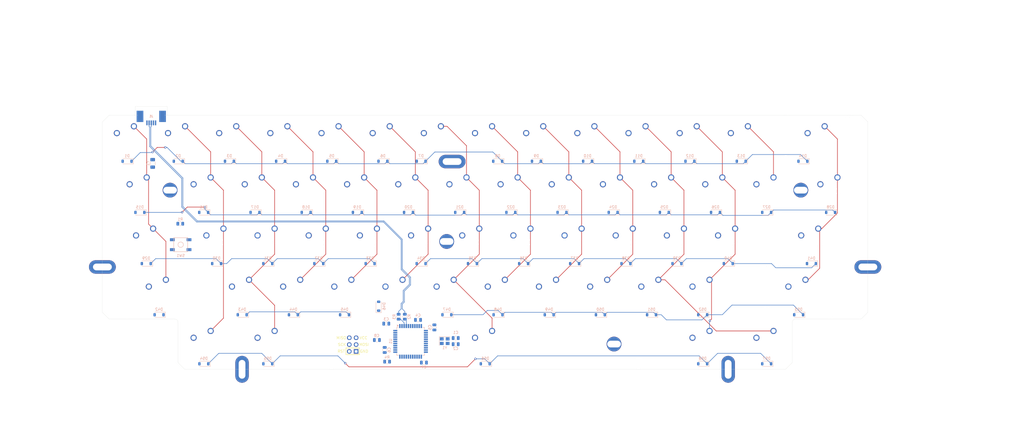
<source format=kicad_pcb>
(kicad_pcb (version 20241229) (generator "pcbnew") (generator_version "9.0")
  (layers (0 "F.Cu" signal) (2 "B.Cu" signal) (13 "F.Paste" user) (15 "B.Paste" user) (5 "F.SilkS" user "F.Silkscreen") (7 "B.SilkS" user "B.Silkscreen") (1 "F.Mask" user) (3 "B.Mask" user) (25 "Edge.Cuts" user))
  (net 0 "")
  (net 1 "Net-(U1-UCAP)")
  (net 2 "GND")
  (net 3 "+5V")
  (net 4 "Row0")
  (net 5 "Net-(D1-A)")
  (net 6 "Net-(D2-A)")
  (net 7 "Row1")
  (net 8 "Net-(D3-A)")
  (net 9 "Net-(D4-A)")
  (net 10 "VCC")
  (net 11 "Net-(U1-~{HWB}{slash}PE2)")
  (net 12 "Net-(U1-D+)")
  (net 13 "Row2")
  (net 14 "Net-(U1-D-)")
  (net 15 "Row3")
  (net 16 "RST")
  (net 17 "MOSI")
  (net 18 "SCK")
  (net 19 "MISO")
  (net 20 "Net-(D5-A)")
  (net 21 "Col0")
  (net 22 "Net-(D6-A)")
  (net 23 "Net-(D7-A)")
  (net 24 "Row4")
  (net 25 "Net-(D8-A)")
  (net 26 "Net-(D9-A)")
  (net 27 "Net-(D10-A)")
  (net 28 "Col1")
  (net 29 "Net-(D11-A)")
  (net 31 "Net-(D12-A)")
  (net 32 "Net-(D13-A)")
  (net 34 "Net-(D14-A)")
  (net 35 "Net-(D15-A)")
  (net 36 "Net-(D16-A)")
  (net 38 "Net-(D17-A)")
  (net 39 "Net-(D18-A)")
  (net 40 "Net-(D19-A)")
  (net 42 "XTAL1")
  (net 43 "XTAL2")
  (net 44 "Net-(D20-A)")
  (net 45 "Net-(D21-A)")
  (net 46 "Net-(D22-A)")
  (net 47 "Net-(D23-A)")
  (net 48 "Net-(D24-A)")
  (net 49 "Net-(D25-A)")
  (net 50 "Net-(D26-A)")
  (net 51 "Net-(D27-A)")
  (net 52 "Net-(D28-A)")
  (net 53 "Net-(D29-A)")
  (net 54 "Net-(D30-A)")
  (net 55 "Net-(D31-A)")
  (net 56 "Net-(D32-A)")
  (net 57 "Net-(D33-A)")
  (net 58 "Net-(D34-A)")
  (net 59 "Net-(D35-A)")
  (net 60 "Net-(D36-A)")
  (net 61 "Net-(D37-A)")
  (net 62 "Net-(D38-A)")
  (net 63 "Net-(D39-A)")
  (net 64 "Net-(D40-A)")
  (net 65 "Net-(D41-A)")
  (net 66 "Net-(D42-A)")
  (net 67 "Net-(D43-A)")
  (net 68 "Net-(D44-A)")
  (net 69 "Net-(D45-A)")
  (net 70 "Net-(D46-A)")
  (net 71 "Net-(D47-A)")
  (net 72 "Net-(D48-A)")
  (net 73 "Net-(D49-A)")
  (net 74 "Net-(D50-A)")
  (net 75 "Net-(D51-A)")
  (net 76 "Net-(D52-A)")
  (net 77 "Net-(D53-A)")
  (net 78 "Net-(D54-A)")
  (net 79 "Net-(D55-A)")
  (net 80 "Net-(D56-A)")
  (net 81 "Net-(D57-A)")
  (net 82 "Net-(D58-A)")
  (net 83 "D-")
  (net 84 "D+")
  (net 85 "Col2")
  (net 86 "Col3")
  (net 87 "Col4")
  (net 88 "Col5")
  (net 89 "Col6")
  (net 90 "Col7")
  (net 91 "Col8")
  (net 92 "Col9")
  (net 93 "Col10")
  (net 94 "Col11")
  (net 95 "Col12")
  (net 96 "Col13")
  (footprint "MX_Solderable:MX-Solderable-1U" (layer "F.Cu") (at 161.925 19.05)
    (property "Reference" "SW24")
    (property "Value" "KC_I")
  )
  (footprint "MX_Solderable:MX-Solderable-1U" (layer "F.Cu") (at 47.625 19.05)
    (property "Reference" "SW18")
    (property "Value" "KC_W")
  )
  (footprint "local:5.5_5x2.5mm" (layer "F.Cu") (at 250.85 18.7 180)
    (property "Reference" "S2" (hide yes))
    (property "Value" "Screw_Terminal_01x01")
  )
  (footprint "local:10x5_7x2.5mm" (layer "F.Cu") (at 223.8 85.4 90)
    (property "Reference" "S8" (hide yes))
    (property "Value" "Screw_Terminal_01x01")
  )
  (footprint "local:10x5_7x2.5mm" (layer "F.Cu") (at 42.8 85.4 90)
    (property "Reference" "S9" (hide yes))
    (property "Value" "Screw_Terminal_01x01")
  )
  (footprint "local:10x5_7x2.5mm" (layer "F.Cu") (at -9.2 47.3)
    (property "Reference" "S6" (hide yes))
    (property "Value" "Screw_Terminal_01x01")
  )
  (footprint "MX_Solderable:MX-Solderable-1U" (layer "F.Cu") (at 157.1625 57.15)
    (property "Reference" "SW50")
    (property "Value" "KC_M")
  )
  (footprint "MX_Solderable:MX-Solderable-1U" (layer "F.Cu") (at 19.05 0)
    (property "Reference" "SW3")
    (property "Value" "KC_1")
  )
  (footprint "MX_Solderable:MX-Solderable-1.75U" (layer "F.Cu") (at 7.14375 38.1)
    (property "Reference" "SW30")
    (property "Value" "KC_CAPS")
  )
  (footprint "MX_Solderable:MX-Solderable-1U" (layer "F.Cu") (at 223.8375 38.1)
    (property "Reference" "SW41")
    (property "Value" "KC_QUOT")
  )
  (footprint "MX_Solderable:MX-Solderable-1U" (layer "F.Cu") (at 38.1 0)
    (property "Reference" "SW4")
    (property "Value" "KC_2")
  )
  (footprint "MX_Solderable:MX-Solderable-1U" (layer "F.Cu") (at 80.9625 57.15)
    (property "Reference" "SW46")
    (property "Value" "KC_C")
  )
  (footprint "local:5.5_5x2.5mm" (layer "F.Cu") (at 181.3 76)
    (property "Reference" "S7" (hide yes))
    (property "Value" "Screw_Terminal_01x01")
  )
  (footprint "local:10x5_7x2.5mm" (layer "F.Cu") (at 121 8.05 180)
    (property "Reference" "S1" (hide yes))
    (property "Value" "Screw_Terminal_01x01")
  )
  (footprint "MX_Solderable:MX-Solderable-2.75U-ReversedStabilizers" (layer "F.Cu") (at 250.03125 57.15)
    (property "Reference" "SW54")
    (property "Value" "KC_RSFT")
  )
  (footprint "MX_Solderable:MX-Solderable-1U" (layer "F.Cu") (at 180.975 19.05)
    (property "Reference" "SW25")
    (property "Value" "KC_O")
  )
  (footprint "MX_Solderable:MX-Solderable-2U" (layer "F.Cu") (at 257.175 0)
    (property "Reference" "SW15")
    (property "Value" "KC_BSPC")
  )
  (footprint "MX_Solderable:MX-Solderable-1U" (layer "F.Cu") (at 171.45 0)
    (property "Reference" "SW11")
    (property "Value" "KC_9")
  )
  (footprint "MX_Solderable:MX-Solderable-1U" (layer "F.Cu") (at 28.575 76.2)
    (property "Reference" "SW55")
    (property "Value" "KC_LEFT_GUI")
  )
  (footprint "MX_Solderable:MX-Solderable-1U" (layer "F.Cu") (at 95.25 0)
    (property "Reference" "SW7")
    (property "Value" "KC_5")
  )
  (footprint "MX_Solderable:MX-Solderable-1U" (layer "F.Cu") (at 185.7375 38.1)
    (property "Reference" "SW39")
    (property "Value" "KC_L")
  )
  (footprint "MX_Solderable:MX-Solderable-1U" (layer "F.Cu") (at 228.6 0)
    (property "Reference" "SW14")
    (property "Value" "KC_EQL")
  )
  (footprint "MX_Solderable:MX-Solderable-1U" (layer "F.Cu") (at 204.7875 38.1)
    (property "Reference" "SW40")
    (property "Value" "KC_SCLN")
  )
  (footprint "MX_Solderable:MX-Solderable-2.25U-ReversedStabilizers" (layer "F.Cu") (at 254.79375 38.1)
    (property "Reference" "SW42")
    (property "Value" "KC_ENT")
  )
  (footprint "MX_Solderable:MX-Solderable-1U" (layer "F.Cu") (at 142.875 19.05)
    (property "Reference" "SW23")
    (property "Value" "KC_U")
  )
  (footprint "MX_Solderable:MX-Solderable-1U" (layer "F.Cu") (at 214.3125 57.15)
    (property "Reference" "SW53")
    (property "Value" "KC_SLSH")
  )
  (footprint "MX_Solderable:MX-Solderable-1U" (layer "F.Cu") (at 52.3875 38.1)
    (property "Reference" "SW32")
    (property "Value" "KC_S")
  )
  (footprint "MX_Solderable:MX-Solderable-7U-ReversedStabilizers" (layer "F.Cu") (at 133.35 76.2)
    (property "Reference" "SW57")
    (property "Value" "KC_SPACE")
  )
  (footprint "MX_Solderable:MX-Solderable-1U" (layer "F.Cu") (at 0 0)
    (property "Reference" "SW2")
    (property "Value" "KC_GRV")
  )
  (footprint "MX_Solderable:MX-Solderable-1U" (layer "F.Cu") (at 28.575 19.05)
    (property "Reference" "SW17")
    (property "Value" "KC_Q")
  )
  (footprint "MX_Solderable:MX-Solderable-1U" (layer "F.Cu") (at 90.4875 38.1)
    (property "Reference" "SW34")
    (property "Value" "KC_F")
  )
  (footprint "MX_Solderable:MX-Solderable-1U" (layer "F.Cu") (at 71.4375 38.1)
    (property "Reference" "SW33")
    (property "Value" "KC_D")
  )
  (footprint "MX_Solderable:MX-Solderable-1U" (layer "F.Cu") (at 238.125 19.05)
    (property "Reference" "SW28")
    (property "Value" "KC_RBRC")
  )
  (footprint "MX_Solderable:MX-Solderable-1U" (layer "F.Cu") (at 138.1125 57.15)
    (property "Reference" "SW49")
    (property "Value" "KC_N")
  )
  (footprint "MX_Solderable:MX-Solderable-1U" (layer "F.Cu") (at 200.025 19.05)
    (property "Reference" "SW26")
    (property "Value" "KC_P")
  )
  (footprint "MX_Solderable:MX-Solderable-1U" (layer "F.Cu") (at 85.725 19.05)
    (property "Reference" "SW20")
    (property "Value" "KC_R")
  )
  (footprint "MX_Solderable:MX-Solderable-1U" (layer "F.Cu") (at 219.075 19.05)
    (property "Reference" "SW27")
    (property "Value" "KC_LBRC")
  )
  (footprint "MX_Solderable:MX-Solderable-1U" (layer "F.Cu") (at 195.2625 57.15)
    (property "Reference" "SW52")
    (property "Value" "KC_DOT")
  )
  (footprint "local:5.5_5x2.5mm" (layer "F.Cu") (at 119 37.8)
    (property "Reference" "S4" (hide yes))
    (property "Value" "Screw_Terminal_01x01")
  )
  (footprint "MX_Solderable:MX-Solderable-1U" (layer "F.Cu") (at 61.9125 57.15)
    (property "Reference" "SW45")
    (property "Value" "KC_X")
  )
  (footprint "MX_Solderable:MX-Solderable-1U" (layer "F.Cu") (at 176.2125 57.15)
    (property "Reference" "SW51")
    (property "Value" "KC_COMM")
  )
  (footprint "MX_Solderable:MX-Solderable-1U" (layer "F.Cu") (at 42.8625 57.15)
    (property "Reference" "SW44")
    (property "Value" "KC_Z")
  )
  (footprint "MX_Solderable:MX-Solderable-1U" (layer "F.Cu") (at 133.35 0)
    (property "Reference" "SW9")
    (property "Value" "KC_7")
  )
  (footprint "MX_Solderable:MX-Solderable-1U" (layer "F.Cu") (at 128.5875 38.1)
    (property "Reference" "SW36")
    (property "Value" "KC_H")
  )
  (footprint "MX_Solderable:MX-Solderable-1.5U" (layer "F.Cu") (at 214.3125 76.2)
    (property "Reference" "SW59")
    (property "Value" "KC_RIGHT_ALT")
  )
  (footprint "MX_Solderable:MX-Solderable-1U" (layer "F.Cu") (at 166.6875 38.1)
    (property "Reference" "SW38")
    (property "Value" "KC_K")
  )
  (footprint "MX_Solderable:MX-Solderable-1U" (layer "F.Cu") (at 33.3375 38.1)
    (property "Reference" "SW31")
    (property "Value" "KC_A")
  )
  (footprint "local:10x5_7x2.5mm" (layer "F.Cu") (at 275.8 47.3)
    (property "Reference" "S5" (hide yes))
    (property "Value" "Screw_Terminal_01x01")
  )
  (footprint "MX_Solderable:MX-Solderable-1U" (layer "F.Cu") (at 114.3 0)
    (property "Reference" "SW8")
    (property "Value" "KC_6")
  )
  (footprint "MX_Solderable:MX-Solderable-1U" (layer "F.Cu") (at 76.2 0)
    (property "Reference" "SW6")
    (property "Value" "KC_4")
  )
  (footprint "MX_Solderable:MX-Solderable-1.5U" (layer "F.Cu") (at 52.3875 76.2)
    (property "Reference" "SW56")
    (property "Value" "KC_LEFT_ALT")
  )
  (footprint "MX_Solderable:MX-Solderable-1U" (layer "F.Cu") (at 119.0625 57.15)
    (property "Reference" "SW48")
    (property "Value" "KC_B")
  )
  (footprint "local:5.5_5x2.5mm" (layer "F.Cu") (at 16 18.7 180)
    (property "Reference" "S3" (hide yes))
    (property "Value" "Screw_Terminal_01x01")
  )
  (footprint "MX_Solderable:MX-Solderable-1U" (layer "F.Cu") (at 147.6375 38.1)
    (property "Reference" "SW37")
    (property "Value" "KC_J")
  )
  (footprint "MX_Solderable:MX-Solderable-1U" (layer "F.Cu") (at 209.55 0)
    (property "Reference" "SW13")
    (property "Value" "KC_MINS")
  )
  (footprint "MX_Solderable:MX-Solderable-1U" (layer "F.Cu") (at 123.825 19.05)
    (property "Reference" "SW22")
    (property "Value" "KC_Y")
  )
  (footprint "MX_Solderable:MX-Solderable-1U" (layer "F.Cu") (at 57.15 0)
    (property "Reference" "SW5")
    (property "Value" "KC_3")
  )
  (footprint "MX_Solderable:MX-Solderable-1U" (layer "F.Cu") (at 152.4 0)
    (property "Reference" "SW10")
    (property "Value" "KC_8")
  )
  (footprint "MX_Solderable:MX-Solderable-1U" (layer "F.Cu") (at 104.775 19.05)
    (property "Reference" "SW21")
    (property "Value" "KC_T")
  )
  (footprint "MX_Solderable:MX-Solderable-1U" (layer "F.Cu") (at 190.5 0)
    (property "Reference" "SW12")
    (property "Value" "KC_0")
  )
  (footprint "MX_Solderable:MX-Solderable-1U" (layer "F.Cu") (at 109.5375 38.1)
    (property "Reference" "SW35")
    (property "Value" "KC_G")
  )
  (footprint "random-keyboard-parts:Reset_Pretty-Mask" (layer "F.Cu") (at 84 76.2)
    (property "Reference" "J2")
    (property "Value" "AVR-ISP-6")
  )
  (footprint "MX_Solderable:MX-Solderable-2.25U-ReversedStabilizers" (layer "F.Cu") (at 11.90625 57.15)
    (property "Reference" "SW43")
    (property "Value" "KC_LSFT")
  )
  (footprint "MX_Solderable:MX-Solderable-1U" (layer "F.Cu") (at 100.0125 57.15)
    (property "Reference" "SW47")
    (property "Value" "KC_V")
  )
  (footprint "MX_Solderable:MX-Solderable-1U" (layer "F.Cu") (at 238.125 76.2)
    (property "Reference" "SW58")
    (property "Value" "KC_RIGHT_GUI")
  )
  (footprint "MX_Solderable:MX-Solderable-1U" (layer "F.Cu") (at 66.675 19.05)
    (property "Reference" "SW19")
    (property "Value" "KC_E")
  )
  (footprint "MX_Solderable:MX-Solderable-1.5U" (layer "F.Cu") (at 4.7625 19.05)
    (property "Reference" "SW16")
    (property "Value" "KC_TAB")
  )
  (footprint "MX_Solderable:MX-Solderable-1.5U" (layer "F.Cu") (at 261.9375 19.05)
    (property "Reference" "SW29")
    (property "Value" "KC_BSLS")
  )
  (footprint "Diode_SMD:D_SOD-123" (layer "B.Cu") (at 28.575 83.34375 180)
    (property "Reference" "D54")
    (property "Value" "D_Small")
  )
  (footprint "Crystal:Crystal_SMD_3225-4Pin_3.2x2.5mm" (layer "B.Cu") (at 118.25 74.92075)
    (property "Reference" "Y1")
    (property "Value" "16MHz")
  )
  (footprint "Diode_SMD:D_SOD-123" (layer "B.Cu") (at 138.1125 65.0875 180)
    (property "Reference" "D48")
    (property "Value" "D_Small")
  )
  (footprint "Diode_SMD:D_SOD-123" (layer "B.Cu") (at 28.5125 26.9875 180)
    (property "Reference" "D16")
    (property "Value" "D_Small")
  )
  (footprint "Diode_SMD:D_SOD-123" (layer "B.Cu") (at 261.9375 26.9875 180)
    (property "Reference" "D28")
    (property "Value" "D_Small")
  )
  (footprint "Diode_SMD:D_SOD-123" (layer "B.Cu") (at 219.075 26.9875 180)
    (property "Reference" "D26")
    (property "Value" "D_Small")
  )
  (footprint "Diode_SMD:D_SOD-123" (layer "B.Cu") (at 123.825 26.9875 180)
    (property "Reference" "D21")
    (property "Value" "D_Small")
  )
  (footprint "Capacitor_SMD:C_0805_2012Metric" (layer "B.Cu") (at 122.34575 76.049 180)
    (property "Reference" "C2")
    (property "Value" "22pF")
  )
  (footprint "Diode_SMD:D_SOD-123" (layer "B.Cu") (at 200.025 26.9875 180)
    (property "Reference" "D25")
    (property "Value" "D_Small")
  )
  (footprint "Diode_SMD:D_SOD-123" (layer "B.Cu") (at 61.9125 65.0875 180)
    (property "Reference" "D44")
    (property "Value" "D_Small")
  )
  (footprint "Diode_SMD:D_SOD-123" (layer "B.Cu") (at 214.3125 83.34375 180)
    (property "Reference" "D58")
    (property "Value" "D_Small")
  )
  (footprint "Diode_SMD:D_SOD-123" (layer "B.Cu") (at 157.1625 65.0875 180)
    (property "Reference" "D49")
    (property "Value" "D_Small")
  )
  (footprint "Diode_SMD:D_SOD-123" (layer "B.Cu") (at 133.35 83.34375 180)
    (property "Reference" "D56")
    (property "Value" "D_Small")
  )
  (footprint "Diode_SMD:D_SOD-123" (layer "B.Cu") (at 85.725 26.9875 180)
    (property "Reference" "D19")
    (property "Value" "D_Small")
  )
  (footprint "local:USB_miniB_hirose_5ST_hand" (layer "B.Cu") (at 9 -6.363)
    (property "Reference" "J1")
    (property "Value" "USB_B_Mini" (hide yes))
  )
  (footprint "Capacitor_SMD:C_0805_2012Metric" (layer "B.Cu") (at 122.34575 73.763 180)
    (property "Reference" "C1")
    (property "Value" "22pF")
  )
  (footprint "Diode_SMD:D_SOD-123" (layer "B.Cu") (at 52.3875 46.0375 180)
    (property "Reference" "D31")
    (property "Value" "D_Small")
  )
  (footprint "Capacitor_SMD:C_0805_2012Metric" (layer "B.Cu") (at 93.0125 74.5)
    (property "Reference" "C8")
    (property "Value" "1uF")
  )
  (footprint "Diode_SMD:D_SOD-123" (layer "B.Cu") (at 90.4875 46.0375 180)
    (property "Reference" "D33")
    (property "Value" "D_Small")
  )
  (footprint "Diode_SMD:D_SOD-123" (layer "B.Cu") (at 11.90625 65.0875 180)
    (property "Reference" "D42")
    (property "Value" "D_Small")
  )
  (footprint "Diode_SMD:D_SOD-123" (layer "B.Cu") (at 137.976829 7.9375 180)
    (property "Reference" "D8")
    (property "Value" "D_Small")
  )
  (footprint "Diode_SMD:D_SOD-123" (layer "B.Cu") (at 190.5 7.9375 180)
    (property "Reference" "D11")
    (property "Value" "D_Small")
  )
  (footprint "Diode_SMD:D_SOD-123" (layer "B.Cu") (at 251.61875 7.9375 180)
    (property "Reference" "D14")
    (property "Value" "D_Small")
  )
  (footprint "Diode_SMD:D_SOD-123" (layer "B.Cu") (at 42.8625 65.0875 180)
    (property "Reference" "D43")
    (property "Value" "D_Small")
  )
  (footprint "Diode_SMD:D_SOD-123" (layer "B.Cu") (at 238.125 26.9875 180)
    (property "Reference" "D27")
    (property "Value" "D_Small")
  )
  (footprint "Capacitor_SMD:C_0805_2012Metric" (layer "B.Cu") (at 110.5125 82.9)
    (property "Reference" "C7")
    (property "Value" "0.1uF")
  )
  (footprint "Diode_SMD:D_SOD-123" (layer "B.Cu") (at 180.975 26.9875 180)
    (property "Reference" "D24")
    (property "Value" "D_Small")
  )
  (footprint "Diode_SMD:D_SOD-123" (layer "B.Cu") (at 93.6625 61.9125 90)
    (property "Reference" "D46")
    (property "Value" "D_Small")
  )
  (footprint "Diode_SMD:D_SOD-123" (layer "B.Cu") (at 76.2 7.9375 180)
    (property "Reference" "D5")
    (property "Value" "D_Small")
  )
  (footprint "Diode_SMD:D_SOD-123" (layer "B.Cu") (at 223.8375 46.0375 180)
    (property "Reference" "D40")
    (property "Value" "D_Small")
  )
  (footprint "Diode_SMD:D_SOD-123" (layer "B.Cu") (at 254.79375 46.0375 180)
    (property "Reference" "D41")
    (property "Value" "D_Small")
  )
  (footprint "Diode_SMD:D_SOD-123" (layer "B.Cu") (at 57.15 7.9375 180)
    (property "Reference" "D4")
    (property "Value" "D_Small")
  )
  (footprint "Capacitor_SMD:C_0805_2012Metric" (layer "B.Cu") (at 96.5 68.4 180)
    (property "Reference" "C3")
    (property "Value" "10uF")
  )
  (footprint "Diode_SMD:D_SOD-123" (layer "B.Cu") (at 209.55 7.9375 180)
    (property "Reference" "D12")
    (property "Value" "D_Small")
  )
  (footprint "Resistor_SMD:R_0805_2012Metric" (layer "B.Cu") (at 101.1 65.8125 -90)
    (property "Reference" "R3")
    (property "Value" "22")
  )
  (footprint "Diode_SMD:D_SOD-123" (layer "B.Cu") (at 95.25 7.9375 180)
    (property "Reference" "D6")
    (property "Value" "D_Small")
  )
  (footprint "Capacitor_SMD:C_0805_2012Metric" (layer "B.Cu") (at 95.9125 78.2 90)
    (property "Reference" "C6")
    (property "Value" "0.1uF")
  )
  (footprint "Diode_SMD:D_SOD-123" (layer "B.Cu") (at 7.14375 46.0375 180)
    (property "Reference" "D29")
    (property "Value" "D_Small")
  )
  (footprint "Diode_SMD:D_SOD-123" (layer "B.Cu") (at 47.625 26.9875 180)
    (property "Reference" "D17")
    (property "Value" "D_Small")
  )
  (footprint "Diode_SMD:D_SOD-123" (layer "B.Cu") (at 147.6375 46.0375 180)
    (property "Reference" "D36")
    (property "Value" "D_Small")
  )
  (footprint "Diode_SMD:D_SOD-123" (layer "B.Cu") (at 4.7625 26.9875 180)
    (property "Reference" "D15")
    (property "Value" "D_Small")
  )
  (footprint "Diode_SMD:D_SOD-123" (layer "B.Cu") (at 19.05 7.9375 180)
    (property "Reference" "D2")
    (property "Value" "D_Small")
  )
  (footprint "Resistor_SMD:R_0805_2012Metric" (layer "B.Cu") (at 96.8125 82.55 180)
    (property "Reference" "R4")
    (property "Value" "10k")
  )
  (footprint "Diode_SMD:D_SOD-123" (layer "B.Cu") (at 128.5875 46.0375 180)
    (property "Reference" "D35")
    (property "Value" "D_Small")
  )
  (footprint "Diode_SMD:D_SOD-123" (layer "B.Cu") (at 33.3375 46.0375 180)
    (property "Reference" "D30")
    (property "Value" "D_Small")
  )
  (footprint "Capacitor_SMD:C_0805_2012Metric" (layer "B.Cu") (at 108.3125 67 180)
    (property "Reference" "C4")
    (property "Value" "0.1uF")
  )
  (footprint "Diode_SMD:D_SOD-123" (layer "B.Cu") (at 185.7375 46.0375 180)
    (property "Reference" "D38")
    (property "Value" "D_Small")
  )
  (footprint "Diode_SMD:D_SOD-123" (layer "B.Cu") (at 228.6625 7.9375 180)
    (property "Reference" "D13")
    (property "Value" "D_Small")
  )
  (footprint "Capacitor_SMD:C_0805_2012Metric" (layer "B.Cu") (at 114.4125 69.8 -90)
    (property "Reference" "C5")
    (property "Value" "0.1uF")
  )
  (footprint "Resistor_SMD:R_0805_2012Metric" (layer "B.Cu") (at 19.8 31.2 180)
    (property "Reference" "R1")
    (property "Value" "10k")
  )
  (footprint "Package_QFP:TQFP-44_10x10mm_P0.8mm" (layer "B.Cu") (at 105.55 75 -90)
    (property "Reference" "U1")
    (property "Value" "ATmega32U4-A")
  )
  (footprint "Diode_SMD:D_SOD-123" (layer "B.Cu") (at 176.2125 65.0875 180)
    (property "Reference" "D50")
    (property "Value" "D_Small")
  )
  (footprint "Diode_SMD:D_SOD-123" (layer "B.Cu") (at 71.375 46.0375 180)
    (property "Reference" "D32")
    (property "Value" "D_Small")
  )
  (footprint "Diode_SMD:D_SOD-123" (layer "B.Cu") (at 171.45 7.9375 180)
    (property "Reference" "D10")
    (property "Value" "D_Small")
  )
  (footprint "Diode_SMD:D_SOD-123" (layer "B.Cu") (at 80.9625 65.0875 180)
    (property "Reference" "D45")
    (property "Value" "D_Small")
  )
  (footprint "Diode_SMD:D_SOD-123" (layer "B.Cu") (at 52.3875 83.34375 180)
    (property "Reference" "D55")
    (property "Value" "D_Small")
  )
  (footprint "Fuse:Fuse_1206_3216Metric" (layer "B.Cu") (at 9.525 8.73125 -90)
    (property "Reference" "F1")
    (property "Value" "500mA")
  )
  (footprint "Diode_SMD:D_SOD-123" (layer "B.Cu") (at 152.4 7.9375 180)
    (property "Reference" "D9")
    (property "Value" "D_Small")
  )
  (footprint "Diode_SMD:D_SOD-123" (layer "B.Cu") (at 204.725 46.0375 180)
    (property "Reference" "D39")
    (property "Value" "D_Small")
  )
  (footprint "Diode_SMD:D_SOD-123" (layer "B.Cu") (at 38.1 7.9375 180)
    (property "Reference" "D3")
    (property "Value" "D_Small")
  )
  (footprint "Diode_SMD:D_SOD-123" (layer "B.Cu") (at 66.675 26.9875 180)
    (property "Reference" "D18")
    (property "Value" "D_Small")
  )
  (footprint "random-keyboard-parts:SKQG-1155865" (layer "B.Cu") (at 19.95 39 180)
    (property "Reference" "SW1")
    (property "Value" "SW_RESET")
  )
  (footprint "Diode_SMD:D_SOD-123" (layer "B.Cu") (at 104.775 26.9875 180)
    (property "Reference" "D20")
    (property "Value" "D_Small")
  )
  (footprint "Diode_SMD:D_SOD-123" (layer "B.Cu") (at 195.2625 65.0875 180)
    (property "Reference" "D51")
    (property "Value" "D_Small")
  )
  (footprint "Diode_SMD:D_SOD-123" (layer "B.Cu") (at 119.0625 65.0875 180)
    (property "Reference" "D47")
    (property "Value" "D_Small")
  )
  (footprint "Diode_SMD:D_SOD-123" (layer "B.Cu") (at 109.475 7.9375 180)
    (property "Reference" "D7")
    (property "Value" "D_Small")
  )
  (footprint "Diode_SMD:D_SOD-123" (layer "B.Cu") (at 109.475 46.0375 180)
    (property "Reference" "D34")
    (property "Value" "D_Small")
  )
  (footprint "Diode_SMD:D_SOD-123" (layer "B.Cu") (at 166.625 46.0375 180)
    (property "Reference" "D37")
    (property "Value" "D_Small")
  )
  (footprint "Diode_SMD:D_SOD-123" (layer "B.Cu") (at 250.03125 65.0875 180)
    (property "Reference" "D53")
    (property "Value" "D_Small")
  )
  (footprint "Resistor_SMD:R_0805_2012Metric" (layer "B.Cu") (at 103.4 65.8125 -90)
    (property "Reference" "R2")
    (property "Value" "22")
  )
  (footprint "Diode_SMD:D_SOD-123" (layer "B.Cu") (at 142.875 26.9875 180)
    (property "Reference" "D22")
    (property "Value" "D_Small")
  )
  (footprint "Diode_SMD:D_SOD-123" (layer "B.Cu") (at 238.125 83.34375 180)
    (property "Reference" "D57")
    (property "Value" "D_Small")
  )
  (footprint "Diode_SMD:D_SOD-123" (layer "B.Cu") (at 214.3125 65.0875 180)
    (property "Reference" "D52")
    (property "Value" "D_Small")
  )
  (footprint "Diode_SMD:D_SOD-123" (layer "B.Cu") (at 0 7.9375 180)
    (property "Reference" "D1")
    (property "Value" "D_Small")
  )
  (footprint "Diode_SMD:D_SOD-123" (layer "B.Cu") (at 161.925 26.9875 180)
    (property "Reference" "D23")
    (property "Value" "D_Small")
  )
  (gr_line (start 275.8 48.55) (end 275.8 64.175) (stroke (width 0.05)) (layer "Edge.Cuts"))
  (gr_line (start 18.95 67.899999) (end 18.95 82.9) (stroke (width 0.05)) (layer "Edge.Cuts"))
  (gr_line (start -9.2 64.175) (end -9.2 48.55) (stroke (width 0.05)) (layer "Edge.Cuts"))
  (gr_line (start 3.05 -12.446) (end 14.95 -12.446) (stroke (width 0.05)) (layer "Edge.Cuts"))
  (gr_line (start -9.2 48.55) (end -6.95 48.55) (stroke (width 0.05)) (layer "Edge.Cuts"))
  (gr_line (start 275.8 -6.7) (end 275.8 46.05) (stroke (width 0.05)) (layer "Edge.Cuts"))
  (gr_line (start -6.7 -9.2) (end -9.2 -6.7) (stroke (width 0.05)) (layer "Edge.Cuts"))
  (gr_line (start 245.15 85.395) (end 247.65 82.895) (stroke (width 0.05)) (layer "Edge.Cuts"))
  (gr_line (start 247.65 67.9) (end 247.65 82.895) (stroke (width 0.05)) (layer "Edge.Cuts"))
  (gr_line (start 4.05 -9.2) (end -6.7 -9.2) (stroke (width 0.05)) (layer "Edge.Cuts"))
  (gr_line (start 248.875 66.675) (end 273.3 66.675) (stroke (width 0.05)) (layer "Edge.Cuts"))
  (gr_arc (start 15.25 -9.2) (mid 15.037868 -9.287868) (end 14.95 -9.5) (stroke (width 0.05)) (layer "Edge.Cuts"))
  (gr_line (start 275.8 46.05) (end 273.55 46.05) (stroke (width 0.05)) (layer "Edge.Cuts"))
  (gr_arc (start -6.95 46.05) (mid -5.7 47.3) (end -6.95 48.55) (stroke (width 0.05)) (layer "Edge.Cuts"))
  (gr_line (start 18.95 82.9) (end 21.45 85.4) (stroke (width 0.05)) (layer "Edge.Cuts"))
  (gr_line (start 245.145 85.4) (end 21.45 85.4) (stroke (width 0.05)) (layer "Edge.Cuts"))
  (gr_line (start 14.95 -9.5) (end 14.95 -12.446) (stroke (width 0.05)) (layer "Edge.Cuts"))
  (gr_line (start 3.05 -9.5) (end 3.05 -12.446) (stroke (width 0.05)) (layer "Edge.Cuts"))
  (gr_line (start -6.7 66.675) (end -9.2 64.175) (stroke (width 0.05)) (layer "Edge.Cuts"))
  (gr_line (start 17.725 66.674999) (end -6.7 66.675) (stroke (width 0.05)) (layer "Edge.Cuts"))
  (gr_arc (start 273.55 48.55) (mid 272.3 47.3) (end 273.55 46.05) (stroke (width 0.05)) (layer "Edge.Cuts"))
  (gr_line (start 273.3 -9.2) (end 275.8 -6.7) (stroke (width 0.05)) (layer "Edge.Cuts"))
  (gr_line (start 273.3 66.675) (end 275.8 64.175) (stroke (width 0.05)) (layer "Edge.Cuts"))
  (gr_line (start 13.95 -9.2) (end 273.3 -9.2) (stroke (width 0.05)) (layer "Edge.Cuts"))
  (gr_line (start -9.2 46.05) (end -6.95 46.05) (stroke (width 0.05)) (layer "Edge.Cuts"))
  (gr_arc (start 3.05 -9.5) (mid 2.962132 -9.287868) (end 2.75 -9.2) (stroke (width 0.05)) (layer "Edge.Cuts"))
  (gr_line (start 275.8 48.55) (end 273.55 48.55) (stroke (width 0.05)) (layer "Edge.Cuts"))
  (gr_line (start -9.2 46.05) (end -9.2 -6.7) (stroke (width 0.05)) (layer "Edge.Cuts"))
  (gr_arc (start 247.65 67.9) (mid 248.008794 67.033794) (end 248.875 66.675) (stroke (width 0.05)) (layer "Edge.Cuts"))
  (gr_arc (start 17.725 66.674999) (mid 18.591206 67.033793) (end 18.95 67.899999) (stroke (width 0.05)) (layer "Edge.Cuts"))
  (segment (start 9.490025 4.509975) (end 11.2 2.8) (width 0.2) (layer "F.Cu") (net 4))
  (segment (start 14.2 2.8) (end 14.3 2.8) (width 0.2) (layer "F.Cu") (net 4))
  (segment (start 11.2 2.8) (end 14.2 2.8) (width 0.2) (layer "F.Cu") (net 4))
  (via (at 9.490025 4.509975) (size 0.8) (drill 0.4) (layers "F.Cu" "B.Cu") (net 4))
  (via (at 14.2 2.8) (size 0.8) (drill 0.4) (layers "F.Cu" "B.Cu") (net 4))
  (segment (start 76.9375 8.85) (end 77.85 7.9375) (width 0.2) (layer "B.Cu") (net 4))
  (segment (start 192.15 7.9375) (end 193.0525 8.84) (width 0.2) (layer "B.Cu") (net 4))
  (segment (start 1.65 7.9375) (end 1.6625 7.9375) (width 0.2) (layer "B.Cu") (net 4))
  (segment (start 4.9 4.7) (end 9.3 4.7) (width 0.2) (layer "B.Cu") (net 4))
  (segment (start 97.8125 8.85) (end 110.2125 8.85) (width 0.2) (layer "B.Cu") (net 4))
  (segment (start 96.9 7.9375) (end 97.8125 8.85) (width 0.2) (layer "B.Cu") (net 4))
  (segment (start 174.0025 8.84) (end 191.2475 8.84) (width 0.2) (layer "B.Cu") (net 4))
  (segment (start 153.1375 8.85) (end 154.05 7.9375) (width 0.2) (layer "B.Cu") (net 4))
  (segment (start 211.2 7.9375) (end 212.1025 8.84) (width 0.2) (layer "B.Cu") (net 4))
  (segment (start 191.2475 8.84) (end 192.15 7.9375) (width 0.2) (layer "B.Cu") (net 4))
  (segment (start 14.2 2.8) (end 14.9 2.8) (width 0.2) (layer "B.Cu") (net 4))
  (segment (start 40.6525 8.84) (end 57.8975 8.84) (width 0.2) (layer "B.Cu") (net 4))
  (segment (start 172.1775 8.86) (end 173.1 7.9375) (width 0.2) (layer "B.Cu") (net 4))
  (segment (start 21.6225 8.86) (end 38.8275 8.86) (width 0.2) (layer "B.Cu") (net 4))
  (segment (start 232.81 5.44) (end 250.77125 5.44) (width 0.2) (layer "B.Cu") (net 4))
  (segment (start 110.2125 8.85) (end 111.125 7.9375) (width 0.2) (layer "B.Cu") (net 4))
  (segment (start 193.0525 8.84) (end 210.2975 8.84) (width 0.2) (layer "B.Cu") (net 4))
  (segment (start 136.189329 4.5) (end 139.626829 7.9375) (width 0.2) (layer "B.Cu") (net 4))
  (segment (start 59.7125 8.85) (end 76.9375 8.85) (width 0.2) (layer "B.Cu") (net 4))
  (segment (start 20.0375 7.9375) (end 20.7 7.9375) (width 0.2) (layer "B.Cu") (net 4))
  (segment (start 139.626829 7.9375) (end 140.539329 8.85) (width 0.2) (layer "B.Cu") (net 4))
  (segment (start 140.539329 8.85) (end 153.1375 8.85) (width 0.2) (layer "B.Cu") (net 4))
  (segment (start 77.85 7.9375) (end 78.7725 8.86) (width 0.2) (layer "B.Cu") (net 4))
  (segment (start 173.1 7.9375) (end 174.0025 8.84) (width 0.2) (layer "B.Cu") (net 4))
  (segment (start 111.125 7.9375) (end 114.5625 4.5) (width 0.2) (layer "B.Cu") (net 4))
  (segment (start 250.77125 5.44) (end 253.26875 7.9375) (width 0.2) (layer "B.Cu") (net 4))
  (segment (start 57.8975 8.84) (end 58.8 7.9375) (width 0.2) (layer "B.Cu") (net 4))
  (segment (start 20.7 7.9375) (end 21.6225 8.86) (width 0.2) (layer "B.Cu") (net 4))
  (segment (start 14.9 2.8) (end 20.0375 7.9375) (width 0.2) (layer "B.Cu") (net 4))
  (segment (start 229.41 8.84) (end 230.3125 7.9375) (width 0.2) (layer "B.Cu") (net 4))
  (segment (start 154.05 7.9375) (end 154.9725 8.86) (width 0.2) (layer "B.Cu") (net 4))
  (segment (start 78.7725 8.86) (end 95.9775 8.86) (width 0.2) (layer "B.Cu") (net 4))
  (segment (start 230.3125 7.9375) (end 232.81 5.44) (width 0.2) (layer "B.Cu") (net 4))
  (segment (start 154.9725 8.86) (end 172.1775 8.86) (width 0.2) (layer "B.Cu") (net 4))
  (segment (start 210.2975 8.84) (end 211.2 7.9375) (width 0.2) (layer "B.Cu") (net 4))
  (segment (start 114.5625 4.5) (end 136.189329 4.5) (width 0.2) (layer "B.Cu") (net 4))
  (segment (start 58.8 7.9375) (end 59.7125 8.85) (width 0.2) (layer "B.Cu") (net 4))
  (segment (start 95.9775 8.86) (end 96.9 7.9375) (width 0.2) (layer "B.Cu") (net 4))
  (segment (start 39.75 7.9375) (end 40.6525 8.84) (width 0.2) (layer "B.Cu") (net 4))
  (segment (start 9.3 4.7) (end 9.490025 4.509975) (width 0.2) (layer "B.Cu") (net 4))
  (segment (start 212.1025 8.84) (end 229.41 8.84) (width 0.2) (layer "B.Cu") (net 4))
  (segment (start 38.8275 8.86) (end 39.75 7.9375) (width 0.2) (layer "B.Cu") (net 4))
  (segment (start 1.6625 7.9375) (end 4.9 4.7) (width 0.2) (layer "B.Cu") (net 4))
  (segment (start 29 25) (end 22.4 25) (width 0.2) (layer "F.Cu") (net 7))
  (segment (start 22.4 25) (end 20.5 26.9) (width 0.2) (layer "F.Cu") (net 7))
  (via (at 29 25) (size 0.8) (drill 0.4) (layers "F.Cu" "B.Cu") (net 7))
  (via (at 20.5 26.9) (size 0.8) (drill 0.4) (layers "F.Cu" "B.Cu") (net 7))
  (segment (start 126.376 27.8885) (end 143.624 27.8885) (width 0.2) (layer "B.Cu") (net 7))
  (segment (start 164.476 27.8885) (end 181.724 27.8885) (width 0.2) (layer "B.Cu") (net 7))
  (segment (start 239.775 26.9875) (end 240.676 26.0865) (width 0.2) (layer "B.Cu") (net 7))
  (segment (start 20.4125 26.9875) (end 20.5 26.9) (width 0.2) (layer "B.Cu") (net 7))
  (segment (start 29 25) (end 29 25.825) (width 0.2) (layer "B.Cu") (net 7))
  (segment (start 183.526 27.8885) (end 200.774 27.8885) (width 0.2) (layer "B.Cu") (net 7))
  (segment (start 220.725 26.9875) (end 221.8375 28.1) (width 0.2) (layer "B.Cu") (net 7))
  (segment (start 67.424 27.8885) (end 68.325 26.9875) (width 0.2) (layer "B.Cu") (net 7))
  (segment (start 6.4125 26.9875) (end 20.4125 26.9875) (width 0.2) (layer "B.Cu") (net 7))
  (segment (start 68.325 26.9875) (end 69.226 27.8885) (width 0.2) (layer "B.Cu") (net 7))
  (segment (start 86.474 27.8885) (end 87.375 26.9875) (width 0.2) (layer "B.Cu") (net 7))
  (segment (start 30.1625 26.9875) (end 31.0635 27.8885) (width 0.2) (layer "B.Cu") (net 7))
  (segment (start 124.4625 28) (end 125.475 26.9875) (width 0.2) (layer "B.Cu") (net 7))
  (segment (start 29 25.825) (end 30.1625 26.9875) (width 0.2) (layer "B.Cu") (net 7))
  (segment (start 181.724 27.8885) (end 182.625 26.9875) (width 0.2) (layer "B.Cu") (net 7))
  (segment (start 125.475 26.9875) (end 126.376 27.8885) (width 0.2) (layer "B.Cu") (net 7))
  (segment (start 162.6625 27.9) (end 163.575 26.9875) (width 0.2) (layer "B.Cu") (net 7))
  (segment (start 88.276 27.8885) (end 105.524 27.8885) (width 0.2) (layer "B.Cu") (net 7))
  (segment (start 87.375 26.9875) (end 88.276 27.8885) (width 0.2) (layer "B.Cu") (net 7))
  (segment (start 163.575 26.9875) (end 164.476 27.8885) (width 0.2) (layer "B.Cu") (net 7))
  (segment (start 221.8375 28.1) (end 238.6625 28.1) (width 0.2) (layer "B.Cu") (net 7))
  (segment (start 182.625 26.9875) (end 183.526 27.8885) (width 0.2) (layer "B.Cu") (net 7))
  (segment (start 49.275 26.9875) (end 50.176 27.8885) (width 0.2) (layer "B.Cu") (net 7))
  (segment (start 50.176 27.8885) (end 67.424 27.8885) (width 0.2) (layer "B.Cu") (net 7))
  (segment (start 106.425 26.9875) (end 107.4375 28) (width 0.2) (layer "B.Cu") (net 7))
  (segment (start 145.4375 27.9) (end 162.6625 27.9) (width 0.2) (layer "B.Cu") (net 7))
  (segment (start 219.824 27.8885) (end 220.725 26.9875) (width 0.2) (layer "B.Cu") (net 7))
  (segment (start 143.624 27.8885) (end 144.525 26.9875) (width 0.2) (layer "B.Cu") (net 7))
  (segment (start 201.675 26.9875) (end 202.576 27.8885) (width 0.2) (layer "B.Cu") (net 7))
  (segment (start 144.525 26.9875) (end 145.4375 27.9) (width 0.2) (layer "B.Cu") (net 7))
  (segment (start 69.226 27.8885) (end 86.474 27.8885) (width 0.2) (layer "B.Cu") (net 7))
  (segment (start 31.0635 27.8885) (end 48.374 27.8885) (width 0.2) (layer "B.Cu") (net 7))
  (segment (start 240.676 26.0865) (end 262.6865 26.0865) (width 0.2) (layer "B.Cu") (net 7))
  (segment (start 238.6625 28.1) (end 239.775 26.9875) (width 0.2) (layer "B.Cu") (net 7))
  (segment (start 107.4375 28) (end 124.4625 28) (width 0.2) (layer "B.Cu") (net 7))
  (segment (start 105.524 27.8885) (end 106.425 26.9875) (width 0.2) (layer "B.Cu") (net 7))
  (segment (start 200.774 27.8885) (end 201.675 26.9875) (width 0.2) (layer "B.Cu") (net 7))
  (segment (start 202.576 27.8885) (end 219.824 27.8885) (width 0.2) (layer "B.Cu") (net 7))
  (segment (start 48.374 27.8885) (end 49.275 26.9875) (width 0.2) (layer "B.Cu") (net 7))
  (segment (start 262.6865 26.0865) (end 263.5875 26.9875) (width 0.2) (layer "B.Cu") (net 7))
  (segment (start 103.4 66.725) (end 103.95 67.275) (width 0.2) (layer "B.Cu") (net 12))
  (segment (start 103.95 67.275) (end 103.95 69.3) (width 0.2) (layer "B.Cu") (net 12))
  (segment (start 149.2875 46.0375) (end 151.125 44.2) (width 0.2) (layer "B.Cu") (net 13))
  (segment (start 132.075 44.2) (end 147.45 44.2) (width 0.2) (layer "B.Cu") (net 13))
  (segment (start 168.275 46.0375) (end 170.1125 44.2) (width 0.2) (layer "B.Cu") (net 13))
  (segment (start 185.55 44.2) (end 187.3875 46.0375) (width 0.2) (layer "B.Cu") (net 13))
  (segment (start 206.375 46.0375) (end 208.2125 44.2) (width 0.2) (layer "B.Cu") (net 13))
  (segment (start 208.2125 44.2) (end 223.65 44.2) (width 0.2) (layer "B.Cu") (net 13))
  (segment (start 189.225 44.2) (end 204.5375 44.2) (width 0.2) (layer "B.Cu") (net 13))
  (segment (start 73.025 46.0375) (end 74.8625 44.2) (width 0.2) (layer "B.Cu") (net 13))
  (segment (start 34.9875 46.0375) (end 37.0825 46.0375) (width 0.2) (layer "B.Cu") (net 13))
  (segment (start 54.0375 46.0375) (end 55.875 44.2) (width 0.2) (layer "B.Cu") (net 13))
  (segment (start 147.45 44.2) (end 149.2875 46.0375) (width 0.2) (layer "B.Cu") (net 13))
  (segment (start 204.5375 44.2) (end 206.375 46.0375) (width 0.2) (layer "B.Cu") (net 13))
  (segment (start 128.4 44.2) (end 130.2375 46.0375) (width 0.2) (layer "B.Cu") (net 13))
  (segment (start 55.875 44.2) (end 71.1875 44.2) (width 0.2) (layer "B.Cu") (net 13))
  (segment (start 256.44375 46.0375) (end 254.88125 47.6) (width 0.2) (layer "B.Cu") (net 13))
  (segment (start 151.125 44.2) (end 166.4375 44.2) (width 0.2) (layer "B.Cu") (net 13))
  (segment (start 130.2375 46.0375) (end 132.075 44.2) (width 0.2) (layer "B.Cu") (net 13))
  (segment (start 166.4375 44.2) (end 168.275 46.0375) (width 0.2) (layer "B.Cu") (net 13))
  (segment (start 170.1125 44.2) (end 185.55 44.2) (width 0.2) (layer "B.Cu") (net 13))
  (segment (start 8.79375 46.0375) (end 10.63125 44.2) (width 0.2) (layer "B.Cu") (net 13))
  (segment (start 90.3 44.2) (end 92.1375 46.0375) (width 0.2) (layer "B.Cu") (net 13))
  (segment (start 74.8625 44.2) (end 90.3 44.2) (width 0.2) (layer "B.Cu") (net 13))
  (segment (start 254.88125 47.6) (end 241.5 47.6) (width 0.2) (layer "B.Cu") (net 13))
  (segment (start 111.125 46.0375) (end 112.9625 44.2) (width 0.2) (layer "B.Cu") (net 13))
  (segment (start 241.5 47.6) (end 239.9375 46.0375) (width 0.2) (layer "B.Cu") (net 13))
  (segment (start 38.92 44.2) (end 52.2 44.2) (width 0.2) (layer "B.Cu") (net 13))
  (segment (start 112.9625 44.2) (end 128.4 44.2) (width 0.2) (layer "B.Cu") (net 13))
  (segment (start 71.1875 44.2) (end 73.025 46.0375) (width 0.2) (layer "B.Cu") (net 13))
  (segment (start 37.0825 46.0375) (end 38.92 44.2) (width 0.2) (layer "B.Cu") (net 13))
  (segment (start 10.63125 44.2) (end 33.15 44.2) (width 0.2) (layer "B.Cu") (net 13))
  (segment (start 223.65 44.2) (end 225.4875 46.0375) (width 0.2) (layer "B.Cu") (net 13))
  (segment (start 187.3875 46.0375) (end 189.225 44.2) (width 0.2) (layer "B.Cu") (net 13))
  (segment (start 52.2 44.2) (end 54.0375 46.0375) (width 0.2) (layer "B.Cu") (net 13))
  (segment (start 33.15 44.2) (end 34.9875 46.0375) (width 0.2) (layer "B.Cu") (net 13))
  (segment (start 239.9375 46.0375) (end 225.4875 46.0375) (width 0.2) (layer "B.Cu") (net 13))
  (segment (start 101.1 66.725) (end 101.8 66.725) (width 0.2) (layer "B.Cu") (net 14))
  (segment (start 103.15 68.075) (end 103.15 69.3) (width 0.2) (layer "B.Cu") (net 14))
  (segment (start 101.8 66.725) (end 103.15 68.075) (width 0.2) (layer "B.Cu") (net 14))
  (segment (start 157.9115 64.1865) (end 140.6635 64.1865) (width 0.2) (layer "B.Cu") (net 15))
  (segment (start 159.7135 64.1865) (end 158.8125 65.0875) (width 0.2) (layer "B.Cu") (net 15))
  (segment (start 62.475 64) (end 45.6 64) (width 0.2) (layer "B.Cu") (net 15))
  (segment (start 178.7635 64.1865) (end 177.8625 65.0875) (width 0.2) (layer "B.Cu") (net 15))
  (segment (start 196.9125 65.0875) (end 196.0115 64.1865) (width 0.2) (layer "B.Cu") (net 15))
  (segment (start 251.68125 65.0875) (end 248.09375 61.5) (width 0.2) (layer "B.Cu") (net 15))
  (segment (start 221.6125 65.0875) (end 215.9625 65.0875) (width 0.2) (layer "B.Cu") (net 15))
  (segment (start 215.9625 65.0875) (end 214.06 66.99) (width 0.2) (layer "B.Cu") (net 15))
  (segment (start 158.8125 65.0875) (end 157.9115 64.1865) (width 0.2) (layer "B.Cu") (net 15))
  (segment (start 45.6 64) (end 44.5125 65.0875) (width 0.2) (layer "B.Cu") (net 15))
  (segment (start 140.6635 64.1865) (end 139.7625 65.0875) (width 0.2) (layer "B.Cu") (net 15))
  (segment (start 176.9615 64.1865) (end 159.7135 64.1865) (width 0.2) (layer "B.Cu") (net 15))
  (segment (start 63.5625 65.0875) (end 62.475 64) (width 0.2) (layer "B.Cu") (net 15))
  (segment (start 225.2 61.5) (end 221.6125 65.0875) (width 0.2) (layer "B.Cu") (net 15))
  (segment (start 214.06 66.99) (end 200.79 66.99) (width 0.2) (layer "B.Cu") (net 15))
  (segment (start 248.09375 61.5) (end 225.2 61.5) (width 0.2) (layer "B.Cu") (net 15))
  (segment (start 82.6125 65.0875) (end 81.525 64) (width 0.2) (layer "B.Cu") (net 15))
  (segment (start 132.5125 65.0875) (end 134.1 63.5) (width 0.2) (layer "B.Cu") (net 15))
  (segment (start 198.8875 65.0875) (end 196.9125 65.0875) (width 0.2) (layer "B.Cu") (net 15))
  (segment (start 200.79 66.99) (end 198.8875 65.0875) (width 0.2) (layer "B.Cu") (net 15))
  (segment (start 64.65 64) (end 63.5625 65.0875) (width 0.2) (layer "B.Cu") (net 15))
  (segment (start 81.525 64) (end 64.65 64) (width 0.2) (layer "B.Cu") (net 15))
  (segment (start 196.0115 64.1865) (end 178.7635 64.1865) (width 0.2) (layer "B.Cu") (net 15))
  (segment (start 138.175 63.5) (end 139.7625 65.0875) (width 0.2) (layer "B.Cu") (net 15))
  (segment (start 177.8625 65.0875) (end 176.9615 64.1865) (width 0.2) (layer "B.Cu") (net 15))
  (segment (start 120.7125 65.0875) (end 132.5125 65.0875) (width 0.2) (layer "B.Cu") (net 15))
  (segment (start 134.1 63.5) (end 138.175 63.5) (width 0.2) (layer "B.Cu") (net 15))
  (segment (start 8 31.33625) (end 9.68375 33.02) (width 0.2) (layer "F.Cu") (net 21))
  (segment (start 7.3025 13.97) (end 8 14.6675) (width 0.2) (layer "F.Cu") (net 21))
  (segment (start 14.44625 37.7825) (end 14.44625 52.07) (width 0.2) (layer "F.Cu") (net 21))
  (segment (start 8 14.6675) (end 8 31.33625) (width 0.2) (layer "F.Cu") (net 21))
  (segment (start 9.68375 33.02) (end 14.44625 37.7825) (width 0.2) (layer "F.Cu") (net 21))
  (segment (start 2.54 -5.08) (end 7.3025 -0.3175) (width 0.2) (layer "F.Cu") (net 21))
  (segment (start 7.3025 -0.3175) (end 7.3025 13.97) (width 0.2) (layer "F.Cu") (net 21))
  (segment (start 81.2 83.1) (end 82.58 84.48) (width 0.2) (layer "F.Cu") (net 24))
  (segment (start 126.72 84.48) (end 129.7 81.5) (width 0.2) (layer "F.Cu") (net 24))
  (segment (start 82.58 84.48) (end 126.72 84.48) (width 0.2) (layer "F.Cu") (net 24))
  (via (at 81.2 83.1) (size 0.8) (drill 0.4) (layers "F.Cu" "B.Cu") (net 24))
  (via (at 129.7 81.5) (size 0.8) (drill 0.4) (layers "F.Cu" "B.Cu") (net 24))
  (segment (start 78.5 80.4) (end 81.2 83.1) (width 0.2) (layer "B.Cu") (net 24))
  (segment (start 215.9625 83.34375) (end 219.85625 79.45) (width 0.2) (layer "B.Cu") (net 24))
  (segment (start 133.15625 81.5) (end 135 83.34375) (width 0.2) (layer "B.Cu") (net 24))
  (segment (start 213.01875 80.4) (end 215.9625 83.34375) (width 0.2) (layer "B.Cu") (net 24))
  (segment (start 50.14375 79.45) (end 54.0375 83.34375) (width 0.2) (layer "B.Cu") (net 24))
  (segment (start 54.0375 83.34375) (end 56.98125 80.4) (width 0.2) (layer "B.Cu") (net 24))
  (segment (start 34.11875 79.45) (end 50.14375 79.45) (width 0.2) (layer "B.Cu") (net 24))
  (segment (start 219.85625 79.45) (end 235.88125 79.45) (width 0.2) (layer "B.Cu") (net 24))
  (segment (start 30.225 83.34375) (end 34.11875 79.45) (width 0.2) (layer "B.Cu") (net 24))
  (segment (start 235.88125 79.45) (end 239.775 83.34375) (width 0.2) (layer "B.Cu") (net 24))
  (segment (start 137.94375 80.4) (end 213.01875 80.4) (width 0.2) (layer "B.Cu") (net 24))
  (segment (start 129.7 81.5) (end 133.15625 81.5) (width 0.2) (layer "B.Cu") (net 24))
  (segment (start 56.98125 80.4) (end 78.5 80.4) (width 0.2) (layer "B.Cu") (net 24))
  (segment (start 135 83.34375) (end 137.94375 80.4) (width 0.2) (layer "B.Cu") (net 24))
  (segment (start 31.115 13.97) (end 35.8775 18.7325) (width 0.2) (layer "F.Cu") (net 28))
  (segment (start 21.59 -5.08) (end 31.115 4.445) (width 0.2) (layer "F.Cu") (net 28))
  (segment (start 31.115 4.445) (end 31.115 13.97) (width 0.2) (layer "F.Cu") (net 28))
  (segment (start 35.8775 33.02) (end 35.8775 66.3575) (width 0.2) (layer "F.Cu") (net 28))
  (segment (start 35.8775 66.3575) (end 31.115 71.12) (width 0.2) (layer "F.Cu") (net 28))
  (segment (start 35.8775 18.7325) (end 35.8775 33.02) (width 0.2) (layer "F.Cu") (net 28))
  (segment (start 25.901802 30.55) (end 20.325 24.973198) (width 0.2) (layer "B.Cu") (net 83))
  (segment (start 20.325 14.355) (end 8.375 2.405) (width 0.2) (layer "B.Cu") (net 83))
  (segment (start 102.80102 56.080782) (end 105.087 53.794802) (width 0.2) (layer "B.Cu") (net 83))
  (segment (start 102.05 37.168198) (end 95.431802 30.55) (width 0.2) (layer "B.Cu") (net 83))
  (segment (start 102.025 62.924999) (end 102.025 60.914632) (width 0.2) (layer "B.Cu") (net 83))
  (segment (start 105.087 51.305198) (end 102.05 48.268198) (width 0.2) (layer "B.Cu") (net 83))
  (segment (start 8.375 -4.837999) (end 8.2 -5.012999) (width 0.2) (layer "B.Cu") (net 83))
  (segment (start 8.2 -5.012999) (end 8.2 -6.363) (width 0.2) (layer "B.Cu") (net 83))
  (segment (start 101.1 63.849999) (end 102.025 62.924999) (width 0.2) (layer "B.Cu") (net 83))
  (segment (start 102.80102 60.138612) (end 102.80102 56.080782) (width 0.2) (layer "B.Cu") (net 83))
  (segment (start 20.325 24.973198) (end 20.325 14.355) (width 0.2) (layer "B.Cu") (net 83))
  (segment (start 101.1 64.9) (end 101.1 63.849999) (width 0.2) (layer "B.Cu") (net 83))
  (segment (start 102.025 60.914632) (end 102.80102 60.138612) (width 0.2) (layer "B.Cu") (net 83))
  (segment (start 102.05 48.268198) (end 102.05 37.168198) (width 0.2) (layer "B.Cu") (net 83))
  (segment (start 105.087 53.794802) (end 105.087 51.305198) (width 0.2) (layer "B.Cu") (net 83))
  (segment (start 8.375 2.405) (end 8.375 -4.837999) (width 0.2) (layer "B.Cu") (net 83))
  (segment (start 95.431802 30.55) (end 25.901802 30.55) (width 0.2) (layer "B.Cu") (net 83))
  (segment (start 102.475 62.924999) (end 102.475 61.101) (width 0.2) (layer "B.Cu") (net 84))
  (segment (start 102.451 48.081802) (end 102.451 37.002098) (width 0.2) (layer "B.Cu") (net 84))
  (segment (start 102.451 37.002098) (end 95.597902 30.149) (width 0.2) (layer "B.Cu") (net 84))
  (segment (start 103.4 64.9) (end 103.4 63.849999) (width 0.2) (layer "B.Cu") (net 84))
  (segment (start 95.597902 30.149) (end 26.137198 30.149) (width 0.2) (layer "B.Cu") (net 84))
  (segment (start 20.775 14.168606) (end 8.825 2.218606) (width 0.2) (layer "B.Cu") (net 84))
  (segment (start 103.4 63.849999) (end 102.475 62.924999) (width 0.2) (layer "B.Cu") (net 84))
  (segment (start 26.137198 30.149) (end 20.775 24.786802) (width 0.2) (layer "B.Cu") (net 84))
  (segment (start 103.251 56.267198) (end 105.537 53.981198) (width 0.2) (layer "B.Cu") (net 84))
  (segment (start 105.537 53.981198) (end 105.537 51.118802) (width 0.2) (layer "B.Cu") (net 84))
  (segment (start 8.825 -4.837999) (end 9 -5.012999) (width 0.2) (layer "B.Cu") (net 84))
  (segment (start 9 -5.012999) (end 9 -6.363) (width 0.2) (layer "B.Cu") (net 84))
  (segment (start 102.5 48.081802) (end 102.451 48.081802) (width 0.2) (layer "B.Cu") (net 84))
  (segment (start 103.251 60.325) (end 103.251 56.267198) (width 0.2) (layer "B.Cu") (net 84))
  (segment (start 102.475 61.101) (end 103.251 60.325) (width 0.2) (layer "B.Cu") (net 84))
  (segment (start 20.775 24.786802) (end 20.775 14.168606) (width 0.2) (layer "B.Cu") (net 84))
  (segment (start 105.537 51.118802) (end 102.5 48.081802) (width 0.2) (layer "B.Cu") (net 84))
  (segment (start 8.825 2.218606) (end 8.825 -4.837999) (width 0.2) (layer "B.Cu") (net 84))
  (segment (start 50.165 13.97) (end 54.9275 18.7325) (width 0.2) (layer "F.Cu") (net 85))
  (segment (start 54.9275 18.7325) (end 54.9275 33.02) (width 0.2) (layer "F.Cu") (net 85))
  (segment (start 40.64 -5.08) (end 50.165 4.445) (width 0.2) (layer "F.Cu") (net 85))
  (segment (start 50.165 4.445) (end 50.165 13.97) (width 0.2) (layer "F.Cu") (net 85))
  (segment (start 54.9275 61.595) (end 54.9275 71.12) (width 0.2) (layer "F.Cu") (net 85))
  (segment (start 45.4025 52.07) (end 54.9275 61.595) (width 0.2) (layer "F.Cu") (net 85))
  (segment (start 54.9275 33.02) (end 54.9275 42.545) (width 0.2) (layer "F.Cu") (net 85))
  (segment (start 54.9275 42.545) (end 45.4025 52.07) (width 0.2) (layer "F.Cu") (net 85))
  (segment (start 59.69 -5.08) (end 69.215 4.445) (width 0.2) (layer "F.Cu") (net 86))
  (segment (start 73.9775 42.545) (end 64.4525 52.07) (width 0.2) (layer "F.Cu") (net 86))
  (segment (start 73.9775 33.02) (end 73.9775 42.545) (width 0.2) (layer "F.Cu") (net 86))
  (segment (start 73.9775 18.7325) (end 73.9775 33.02) (width 0.2) (layer "F.Cu") (net 86))
  (segment (start 69.215 13.97) (end 73.9775 18.7325) (width 0.2) (layer "F.Cu") (net 86))
  (segment (start 69.215 4.445) (end 69.215 13.97) (width 0.2) (layer "F.Cu") (net 86))
  (segment (start 93.0275 33.02) (end 93.0275 42.545) (width 0.2) (layer "F.Cu") (net 87))
  (segment (start 88.265 13.97) (end 93.0275 18.7325) (width 0.2) (layer "F.Cu") (net 87))
  (segment (start 88.265 4.445) (end 88.265 13.97) (width 0.2) (layer "F.Cu") (net 87))
  (segment (start 93.0275 18.7325) (end 93.0275 33.02) (width 0.2) (layer "F.Cu") (net 87))
  (segment (start 93.0275 42.545) (end 83.5025 52.07) (width 0.2) (layer "F.Cu") (net 87))
  (segment (start 78.74 -5.08) (end 88.265 4.445) (width 0.2) (layer "F.Cu") (net 87))
  (segment (start 107.315 4.445) (end 107.315 13.97) (width 0.2) (layer "F.Cu") (net 88))
  (segment (start 112.0775 18.7325) (end 112.0775 33.02) (width 0.2) (layer "F.Cu") (net 88))
  (segment (start 107.315 13.97) (end 112.0775 18.7325) (width 0.2) (layer "F.Cu") (net 88))
  (segment (start 112.0775 33.02) (end 112.0775 42.545) (width 0.2) (layer "F.Cu") (net 88))
  (segment (start 97.79 -5.08) (end 107.315 4.445) (width 0.2) (layer "F.Cu") (net 88))
  (segment (start 112.0775 42.545) (end 102.5525 52.07) (width 0.2) (layer "F.Cu") (net 88))
  (segment (start 119.12 -5.08) (end 126.365 2.165) (width 0.2) (layer "F.Cu") (net 89))
  (segment (start 126.365 2.165) (end 126.365 13.97) (width 0.2) (layer "F.Cu") (net 89))
  (segment (start 116.84 -5.08) (end 119.12 -5.08) (width 0.2) (layer "F.Cu") (net 89))
  (segment (start 131.1275 33.02) (end 131.1275 42.545) (width 0.2) (layer "F.Cu") (net 89))
  (segment (start 121.6025 52.07) (end 135.89 66.3575) (width 0.2) (layer "F.Cu") (net 89))
  (segment (start 126.365 13.97) (end 131.1275 18.7325) (width 0.2) (layer "F.Cu") (net 89))
  (segment (start 131.1275 42.545) (end 121.6025 52.07) (width 0.2) (layer "F.Cu") (net 89))
  (segment (start 131.1275 18.7325) (end 131.1275 33.02) (width 0.2) (layer "F.Cu") (net 89))
  (segment (start 135.89 66.3575) (end 135.89 71.12) (width 0.2) (layer "F.Cu") (net 89))
  (segment (start 150.1775 18.7325) (end 150.1775 33.02) (width 0.2) (layer "F.Cu") (net 90))
  (segment (start 150.1775 33.02) (end 150.1775 42.545) (width 0.2) (layer "F.Cu") (net 90))
  (segment (start 145.415 4.445) (end 145.415 13.97) (width 0.2) (layer "F.Cu") (net 90))
  (segment (start 150.1775 42.545) (end 140.6525 52.07) (width 0.2) (layer "F.Cu") (net 90))
  (segment (start 135.89 -5.08) (end 145.415 4.445) (width 0.2) (layer "F.Cu") (net 90))
  (segment (start 145.415 13.97) (end 150.1775 18.7325) (width 0.2) (layer "F.Cu") (net 90))
  (segment (start 169.2275 18.7325) (end 169.2275 33.02) (width 0.2) (layer "F.Cu") (net 91))
  (segment (start 164.465 4.445) (end 164.465 13.97) (width 0.2) (layer "F.Cu") (net 91))
  (segment (start 164.465 13.97) (end 169.2275 18.7325) (width 0.2) (layer "F.Cu") (net 91))
  (segment (start 169.2275 42.545) (end 159.7025 52.07) (width 0.2) (layer "F.Cu") (net 91))
  (segment (start 154.94 -5.08) (end 164.465 4.445) (width 0.2) (layer "F.Cu") (net 91))
  (segment (start 169.2275 33.02) (end 169.2275 42.545) (width 0.2) (layer "F.Cu") (net 91))
  (segment (start 188.2775 18.7325) (end 188.2775 33.02) (width 0.2) (layer "F.Cu") (net 92))
  (segment (start 188.2775 42.545) (end 178.7525 52.07) (width 0.2) (layer "F.Cu") (net 92))
  (segment (start 188.2775 33.02) (end 188.2775 42.545) (width 0.2) (layer "F.Cu") (net 92))
  (segment (start 183.515 13.97) (end 188.2775 18.7325) (width 0.2) (layer "F.Cu") (net 92))
  (segment (start 173.99 -5.08) (end 183.515 4.445) (width 0.2) (layer "F.Cu") (net 92))
  (segment (start 183.515 4.445) (end 183.515 13.97) (width 0.2) (layer "F.Cu") (net 92))
  (segment (start 219.32 71.12) (end 240.665 71.12) (width 0.2) (layer "F.Cu") (net 93))
  (segment (start 207.3275 42.545) (end 197.8025 52.07) (width 0.2) (layer "F.Cu") (net 93))
  (segment (start 207.3275 33.02) (end 207.3275 42.545) (width 0.2) (layer "F.Cu") (net 93))
  (segment (start 202.565 13.97) (end 207.3275 18.7325) (width 0.2) (layer "F.Cu") (net 93))
  (segment (start 200.27 52.07) (end 219.32 71.12) (width 0.2) (layer "F.Cu") (net 93))
  (segment (start 197.8025 52.07) (end 200.27 52.07) (width 0.2) (layer "F.Cu") (net 93))
  (segment (start 207.3275 18.7325) (end 207.3275 33.02) (width 0.2) (layer "F.Cu") (net 93))
  (segment (start 193.04 -5.08) (end 202.565 4.445) (width 0.2) (layer "F.Cu") (net 93))
  (segment (start 202.565 4.445) (end 202.565 13.97) (width 0.2) (layer "F.Cu") (net 93))
  (segment (start 216.8525 52.07) (end 217.6 52.8175) (width 0.2) (layer "F.Cu") (net 94))
  (segment (start 226.3775 42.545) (end 216.8525 52.07) (width 0.2) (layer "F.Cu") (net 94))
  (segment (start 221.615 4.445) (end 221.615 13.97) (width 0.2) (layer "F.Cu") (net 94))
  (segment (start 221.615 13.97) (end 226.3775 18.7325) (width 0.2) (layer "F.Cu") (net 94))
  (segment (start 217.6 66.7) (end 217 67.3) (width 0.2) (layer "F.Cu") (net 94))
  (segment (start 226.3775 33.02) (end 226.3775 42.545) (width 0.2) (layer "F.Cu") (net 94))
  (segment (start 217.6 52.8175) (end 217.6 66.7) (width 0.2) (layer "F.Cu") (net 94))
  (segment (start 212.09 -5.08) (end 221.615 4.445) (width 0.2) (layer "F.Cu") (net 94))
  (segment (start 226.3775 18.7325) (end 226.3775 33.02) (width 0.2) (layer "F.Cu") (net 94))
  (via (at 217 67.3) (size 0.8) (drill 0.4) (layers "F.Cu" "B.Cu") (net 94))
  (segment (start 216.8525 67.4475) (end 216.8525 71.12) (width 0.2) (layer "B.Cu") (net 94))
  (segment (start 217 67.3) (end 216.8525 67.4475) (width 0.2) (layer "B.Cu") (net 94))
  (segment (start 240.665 4.445) (end 240.665 13.97) (width 0.2) (layer "F.Cu") (net 95))
  (segment (start 231.14 -5.08) (end 240.665 4.445) (width 0.2) (layer "F.Cu") (net 95))
  (segment (start 257.87 47.77) (end 253.57 52.07) (width 0.2) (layer "F.Cu") (net 96))
  (segment (start 253.57 52.07) (end 252.57125 52.07) (width 0.2) (layer "F.Cu") (net 96))
  (segment (start 264.4775 -0.3175) (end 264.4775 13.97) (width 0.2) (layer "F.Cu") (net 96))
  (segment (start 258.66 33.02) (end 257.33375 33.02) (width 0.2) (layer "F.Cu") (net 96))
  (segment (start 257.33375 33.02) (end 257.87 33.55625) (width 0.2) (layer "F.Cu") (net 96))
  (segment (start 264.4775 13.97) (end 264.4775 27.2025) (width 0.2) (layer "F.Cu") (net 96))
  (segment (start 259.715 -5.08) (end 264.4775 -0.3175) (width 0.2) (layer "F.Cu") (net 96))
  (segment (start 257.87 33.55625) (end 257.87 47.77) (width 0.2) (layer "F.Cu") (net 96))
  (segment (start 264.4775 27.2025) (end 258.66 33.02) (width 0.2) (layer "F.Cu") (net 96))
)
</source>
